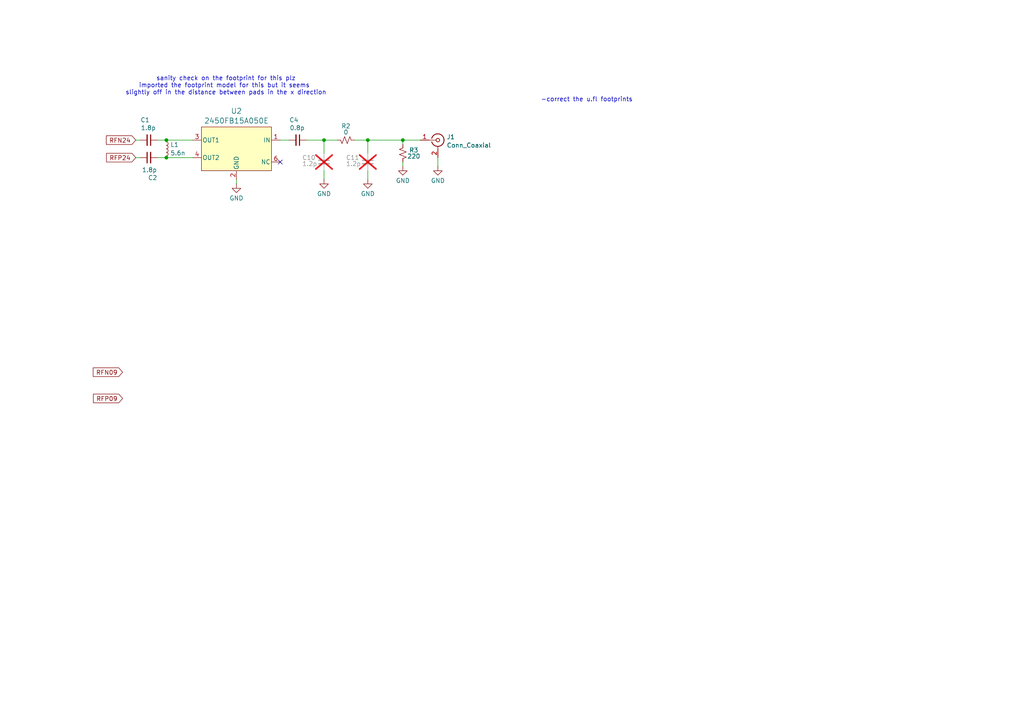
<source format=kicad_sch>
(kicad_sch (version 20250114) (generator "eeschema") (generator_version "9.0")
  (paper "A4")
  (lib_symbols
    (symbol "Connector:Conn_Coaxial" (pin_names (offset 1.016) (hide yes))
      (property "Reference" "J" (at 0.254 3.048 0))
      (property "Value" "Conn_Coaxial" (at 2.921 0 90))
      (symbol "Conn_Coaxial_0_1"
        (polyline (pts (xy -2.54 0) (xy -0.508 0)))
        (arc (start 1.778 0) (mid 0.222 -1.8079) (end -1.778 -0.508) (stroke (width 0.254)))
        (arc (start -1.778 0.508) (mid 0.2221 1.8084) (end 1.778 0) (stroke (width 0.254)))
        (circle (center 0 0) (radius 0.508) (stroke (width 0.2032)))
        (polyline (pts (xy 0 -2.54) (xy 0 -1.778)))
      )
      (symbol "Conn_Coaxial_1_1"
        (pin passive line (at -5.08 0 0) (length 2.54) (name "In") (number "1"))
        (pin passive line (at 0 -5.08 90) (length 2.54) (name "Ext") (number "2"))
      )
    )
    (symbol "Device:C_Small" (pin_numbers (hide yes)) (pin_names (offset 0.254) (hide yes))
      (property "Reference" "C" (at 0.254 1.778 0))
      (property "Value" "C_Small" (at 0.254 -2.032 0))
      (symbol "C_Small_0_1"
        (polyline (pts (xy -1.524 0.508) (xy 1.524 0.508)) (stroke (width 0.3048)))
        (polyline (pts (xy -1.524 -0.508) (xy 1.524 -0.508)) (stroke (width 0.3302)))
      )
      (symbol "C_Small_1_1"
        (pin passive line (at 0 2.54 270) (length 2.032) (name "~") (number "1"))
        (pin passive line (at 0 -2.54 90) (length 2.032) (name "~") (number "2"))
      )
    )
    (symbol "Device:L_Small" (pin_numbers (hide yes)) (pin_names (offset 0.254) (hide yes))
      (property "Reference" "L" (at 0.762 1.016 0))
      (property "Value" "L_Small" (at 0.762 -1.016 0))
      (symbol "L_Small_0_1"
        (arc (start 0 2.032) (mid 0.5058 1.524) (end 0 1.016))
        (arc (start 0 1.016) (mid 0.5058 0.508) (end 0 0))
        (arc (start 0 0) (mid 0.5058 -0.508) (end 0 -1.016))
        (arc (start 0 -1.016) (mid 0.5058 -1.524) (end 0 -2.032))
      )
      (symbol "L_Small_1_1"
        (pin passive line (at 0 2.54 270) (length 0.508) (name "~") (number "1"))
        (pin passive line (at 0 -2.54 90) (length 0.508) (name "~") (number "2"))
      )
    )
    (symbol "Device:R_Small_US" (pin_numbers (hide yes)) (pin_names (offset 0.254) (hide yes))
      (property "Reference" "R" (at 0.762 0.508 0))
      (property "Value" "R_Small_US" (at 0.762 -1.016 0))
      (symbol "R_Small_US_1_1"
        (polyline (pts (xy 0 1.524) (xy 1.016 1.143) (xy 0 0.762) (xy -1.016 0.381) (xy 0 0)))
        (polyline (pts (xy 0 0) (xy 1.016 -0.381) (xy 0 -0.762) (xy -1.016 -1.143) (xy 0 -1.524)))
        (pin passive line (at 0 2.54 270) (length 1.016) (name "~") (number "1"))
        (pin passive line (at 0 -2.54 90) (length 1.016) (name "~") (number "2"))
      )
    )
    (symbol "oresat-passives:2450FB15A050E" (pin_names (offset 0.254))
      (property "Reference" "U" (at 0 10.668 0))
      (property "Value" "2450FB15A050E" (at 0 8.128 0))
      (symbol "2450FB15A050E_1_1"
        (rectangle (start -10.16 6.35) (end 10.16 -6.35) (fill (type background)))
        (pin unspecified line (at -12.7 2.54 0) (length 2.54) (name "OUT1") (number "3"))
        (pin unspecified line (at -12.7 -2.54 0) (length 2.54) (name "OUT2") (number "4"))
        (pin power_in line (at 0 -8.89 90) (length 2.54) (name "GND") (number "2"))
        (pin power_in line (at 0 -8.89 90) (length 2.54) (hide yes) (name "GND") (number "5"))
        (pin unspecified line (at 12.7 2.54 180) (length 2.54) (name "IN") (number "1"))
        (pin unspecified line (at 12.7 -3.81 180) (length 2.54) (name "NC") (number "6"))
      )
    )
    (symbol "power:GND" (power) (pin_numbers (hide yes)) (pin_names (offset 0) (hide yes))
      (property "Value" "GND" (at 0 -3.81 0))
      (symbol "GND_0_1"
        (polyline (pts (xy 0 0) (xy 0 -1.27) (xy 1.27 -1.27) (xy 0 -2.54) (xy -1.27 -1.27) (xy 0 -1.27)))
      )
      (symbol "GND_1_1"
        (pin power_in line (at 0 0 270) (length 0) (name "~") (number "1"))
      )
    )
  )
  (text "-correct the u.fl footprints" (at 170.18 28.956 0) (effects (font (size 1.27 1.27))))
  (text "sanity check on the footprint for this plz\nimported the footprint model for this but it seems \nslightly off in the distance between pads in the x direction" (at 65.532 24.892 0) (effects (font (size 1.27 1.27))))
  (junction (at 48.26 40.64))
  (junction (at 93.98 40.64))
  (junction (at 106.68 40.64))
  (junction (at 48.26 45.72))
  (junction (at 116.84 40.64))
  (no_connect (at 81.28 46.99))
  (wire (pts (xy 106.68 49.53) (xy 106.68 52.07)))
  (wire (pts (xy 116.84 40.64) (xy 121.92 40.64)))
  (wire (pts (xy 45.72 45.72) (xy 48.26 45.72)))
  (wire (pts (xy 48.26 40.64) (xy 55.88 40.64)))
  (wire (pts (xy 102.87 40.64) (xy 106.68 40.64)))
  (wire (pts (xy 127 45.72) (xy 127 48.26)))
  (wire (pts (xy 116.84 40.64) (xy 116.84 41.91)))
  (wire (pts (xy 93.98 40.64) (xy 93.98 44.45)))
  (wire (pts (xy 106.68 40.64) (xy 106.68 44.45)))
  (wire (pts (xy 39.37 40.64) (xy 40.64 40.64)))
  (wire (pts (xy 68.58 53.34) (xy 68.58 52.07)))
  (wire (pts (xy 106.68 40.64) (xy 116.84 40.64)))
  (wire (pts (xy 93.98 40.64) (xy 97.79 40.64)))
  (wire (pts (xy 48.26 45.72) (xy 55.88 45.72)))
  (wire (pts (xy 39.37 45.72) (xy 40.64 45.72)))
  (wire (pts (xy 93.98 49.53) (xy 93.98 52.07)))
  (wire (pts (xy 81.28 40.64) (xy 83.82 40.64)))
  (wire (pts (xy 45.72 40.64) (xy 48.26 40.64)))
  (wire (pts (xy 116.84 46.99) (xy 116.84 48.26)))
  (wire (pts (xy 88.9 40.64) (xy 93.98 40.64)))
  (global_label "RFP09" (shape input) (at 35.56 115.57 180) (property "Intersheetrefs" "${INTERSHEET_REFS}" (effects (hide yes))))
  (global_label "RFN24" (shape input) (at 39.37 40.64 180) (property "Intersheetrefs" "${INTERSHEET_REFS}" (effects (hide yes))))
  (global_label "RFP24" (shape input) (at 39.37 45.72 180) (property "Intersheetrefs" "${INTERSHEET_REFS}" (effects (hide yes))))
  (global_label "RFN09" (shape input) (at 35.56 107.95 180) (property "Intersheetrefs" "${INTERSHEET_REFS}" (effects (hide yes))))
  (symbol (lib_id "Device:C_Small") (at 43.18 40.64 270) (mirror x) (unit 1)
    (property "Reference" "C1" (at 43.434 34.798 90) (effects (justify right)))
    (property "Value" "1.8p" (at 45.212 37.084 90) (effects (justify right)))
    (property "Footprint" "Capacitor_SMD:C_0603_1608Metric" (effects (hide yes)))
    (property "Description" "Unpolarized capacitor, small symbol" (effects (hide yes)))
  )
  (symbol (lib_id "Device:R_Small_US") (at 116.84 44.45 0) (mirror y) (unit 1)
    (property "Reference" "R3" (at 120.015 43.561 0))
    (property "Value" "220" (at 120.015 45.339 0))
    (property "Footprint" "Resistor_SMD:R_0603_1608Metric" (effects (hide yes)))
    (property "Description" "Resistor, small US symbol" (effects (hide yes)))
  )
  (symbol (lib_id "Device:R_Small_US") (at 100.33 40.64 90) (mirror x) (unit 1)
    (property "Reference" "R2" (at 100.33 36.576 90))
    (property "Value" "0" (at 100.33 38.354 90))
    (property "Footprint" "Resistor_SMD:R_0603_1608Metric" (effects (hide yes)))
    (property "Description" "Resistor, small US symbol" (effects (hide yes)))
  )
  (symbol (lib_id "power:GND") (at 93.98 52.07 0) (mirror y) (unit 1)
    (property "Reference" "#PWR02" (effects (hide yes)))
    (property "Value" "GND" (at 93.98 56.2031 0))
    (property "Description" "Power symbol creates a global label with name \"GND\" , ground" (effects (hide yes)))
  )
  (symbol (lib_id "Device:C_Small") (at 43.18 45.72 90) (mirror x) (unit 1)
    (property "Reference" "C2" (at 42.926 51.562 90) (effects (justify right)))
    (property "Value" "1.8p" (at 41.148 49.276 90) (effects (justify right)))
    (property "Footprint" "Capacitor_SMD:C_0603_1608Metric" (effects (hide yes)))
    (property "Description" "Unpolarized capacitor, small symbol" (effects (hide yes)))
  )
  (symbol (lib_id "oresat-passives:2450FB15A050E") (at 68.58 43.18 0) (unit 1)
    (property "Reference" "U2" (at 68.58 32.1996 0) (effects (font (size 1.524 1.524))))
    (property "Value" "2450FB15A050E" (at 68.58 35.0325 0) (effects (font (size 1.524 1.524))))
    (property "Footprint" "oresat-passives:2450FB15A050E_JOT" (effects (hide yes)))
    (property "Datasheet" "https://www.mouser.com/datasheet/3/1017/1/2450FB15A050_VdAqien.pdf" (effects (hide yes)))
  )
  (symbol (lib_id "Device:L_Small") (at 48.26 43.18 0) (unit 1)
    (property "Reference" "L1" (at 49.4008 41.9678 0) (effects (justify left)))
    (property "Value" "5.6n" (at 49.4008 44.3921 0) (effects (justify left)))
    (property "Footprint" "Inductor_SMD:L_0603_1608Metric" (effects (hide yes)))
    (property "Description" "Inductor, small symbol" (effects (hide yes)))
  )
  (symbol (lib_id "Device:C_Small") (at 86.36 40.64 270) (mirror x) (unit 1)
    (property "Reference" "C4" (at 86.614 34.798 90) (effects (justify right)))
    (property "Value" "0.8p" (at 88.392 37.084 90) (effects (justify right)))
    (property "Footprint" "Capacitor_SMD:C_0603_1608Metric" (effects (hide yes)))
    (property "Description" "Unpolarized capacitor, small symbol" (effects (hide yes)))
  )
  (symbol (lib_id "Device:C_Small") (at 106.68 46.99 0) (mirror y) (unit 1) (dnp yes)
    (property "Reference" "C11" (at 100.33 45.72 0) (effects (justify right)))
    (property "Value" "1.2p" (at 100.33 47.498 0) (effects (justify right)))
    (property "Footprint" "Capacitor_SMD:C_0603_1608Metric" (effects (hide yes)))
    (property "Description" "Unpolarized capacitor, small symbol" (effects (hide yes)))
  )
  (symbol (lib_id "power:GND") (at 106.68 52.07 0) (mirror y) (unit 1)
    (property "Reference" "#PWR03" (effects (hide yes)))
    (property "Value" "GND" (at 106.68 56.2031 0))
    (property "Description" "Power symbol creates a global label with name \"GND\" , ground" (effects (hide yes)))
  )
  (symbol (lib_id "Device:C_Small") (at 93.98 46.99 0) (mirror y) (unit 1) (dnp yes)
    (property "Reference" "C10" (at 87.63 45.72 0) (effects (justify right)))
    (property "Value" "1.2p" (at 87.63 47.498 0) (effects (justify right)))
    (property "Footprint" "Capacitor_SMD:C_0603_1608Metric" (effects (hide yes)))
    (property "Description" "Unpolarized capacitor, small symbol" (effects (hide yes)))
  )
  (symbol (lib_id "power:GND") (at 116.84 48.26 0) (mirror y) (unit 1)
    (property "Reference" "#PWR04" (effects (hide yes)))
    (property "Value" "GND" (at 116.84 52.3931 0))
    (property "Description" "Power symbol creates a global label with name \"GND\" , ground" (effects (hide yes)))
  )
  (symbol (lib_id "Connector:Conn_Coaxial") (at 127 40.64 0) (unit 1)
    (property "Reference" "J1" (at 129.5401 39.721 0) (effects (justify left)))
    (property "Value" "Conn_Coaxial" (at 129.5401 42.1453 0) (effects (justify left)))
    (property "Footprint" "oresat-connectors:J-U.FL" (effects (hide yes)))
    (property "Description" "coaxial connector (BNC, SMA, SMB, SMC, Cinch/RCA, LEMO, ...)" (effects (hide yes)))
  )
  (symbol (lib_id "power:GND") (at 127 48.26 0) (mirror y) (unit 1)
    (property "Reference" "#PWR028" (effects (hide yes)))
    (property "Value" "GND" (at 127 52.3931 0))
    (property "Description" "Power symbol creates a global label with name \"GND\" , ground" (effects (hide yes)))
  )
  (symbol (lib_id "power:GND") (at 68.58 53.34 0) (mirror y) (unit 1)
    (property "Reference" "#PWR01" (effects (hide yes)))
    (property "Value" "GND" (at 68.58 57.4731 0))
    (property "Description" "Power symbol creates a global label with name \"GND\" , ground" (effects (hide yes)))
  )
)
</source>
